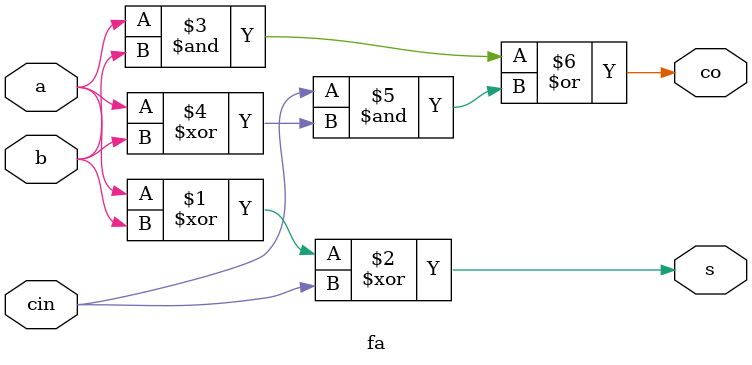
<source format=v>
module fa(a,b,cin,s,co);
input a,b,cin;
output s,co;

assign s=a^b^cin; // Sum
assign co=(a&b)|(cin&(a^b)); //Carry out

endmodule
</source>
